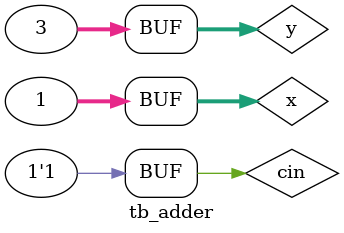
<source format=sv>
`ifndef TB_ADDER
`define TB_ADDER

`timescale 1ns/100ps
`include "./adder.sv"

module tb_adder
	#(parameter n = 32);
	reg [(n-1):0]x, y;
	reg cin;
  wire [(n-1):0] s;
	wire cout;

        adder uut (.A(x), .B(y), .Cin(cin), .Cout(cout), .Sum(s));

        initial
        begin
          $dumpfile("adder32Bit.vcd");
					$dumpvars(0, uut);
					$display("A\t\t\t\t\tB\t\t\t\t\tCin\tSum\t\t\t\t\tCout");
          $monitor("%b\t%b\t%b\t%b\t%b", x, y, cin, s, cout);
        end

        initial
        begin

                x = #(n)'b11111111111111111111111111111111;
                y = #(n)'b00000000000000000000000000000000;
		cin = 1'b0;
		
		#10
		x = #(n)'b00000000000000000000000000000000;
		y = #(n)'b00000000000000000000000000000000;
		cin = 1'b1;

		#10
		x = #(n)'b00000000000000000000000000000001;
		y = #(n)'b00000000000000000000000000000011;
		cin = 1'b1;
        end
endmodule // tb_adder
`endif

</source>
